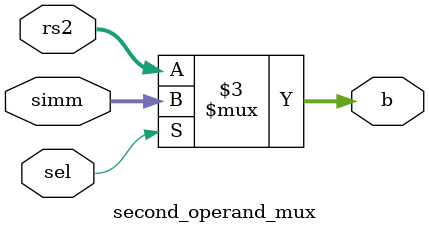
<source format=v>
`timescale 1ns / 1ps


module second_operand_mux (
    input  sel,              // Select signal (1-bit)
    input  [63:0] rs2,       // Value from register rs2
    input  [63:0] simm,      // Sign-extended immediate value
    output reg [63:0] b      // Output: Selected operand
);

    always @(*) begin
        if (sel)
            b = simm;        // Select Sign-extended immediate as the second operand
        else
            b = rs2;         // Select Rs2 as the second operand
    end

endmodule


</source>
